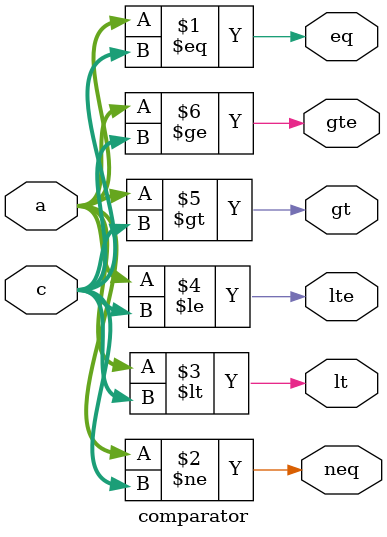
<source format=sv>
module comparator #(parameter N = 8)
							(input logic [N-1:0] a,
							 input logic [10:0]c,
							output logic eq, neq, lt, lte, gt, gte);
							
							
			assign eq = (a == c);
			assign neq = (a != c);
			assign lt = (a < c);
			assign lte = (a <= c);
			assign gt = (a > c);
			assign gte = (a >= c);
endmodule
</source>
